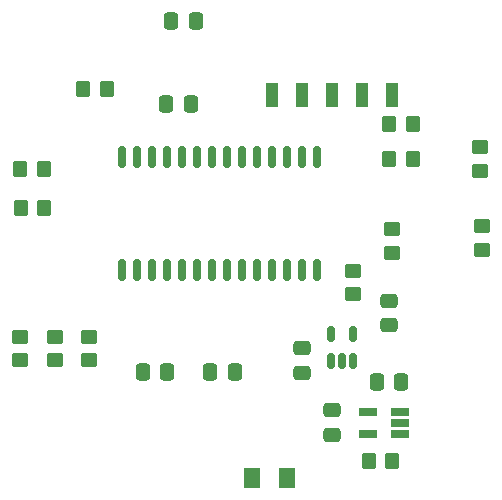
<source format=gbp>
%TF.GenerationSoftware,KiCad,Pcbnew,7.0.8*%
%TF.CreationDate,2024-04-14T13:49:20-04:00*%
%TF.ProjectId,vibBoard,76696242-6f61-4726-942e-6b696361645f,rev?*%
%TF.SameCoordinates,Original*%
%TF.FileFunction,Paste,Bot*%
%TF.FilePolarity,Positive*%
%FSLAX46Y46*%
G04 Gerber Fmt 4.6, Leading zero omitted, Abs format (unit mm)*
G04 Created by KiCad (PCBNEW 7.0.8) date 2024-04-14 13:49:20*
%MOMM*%
%LPD*%
G01*
G04 APERTURE LIST*
G04 Aperture macros list*
%AMRoundRect*
0 Rectangle with rounded corners*
0 $1 Rounding radius*
0 $2 $3 $4 $5 $6 $7 $8 $9 X,Y pos of 4 corners*
0 Add a 4 corners polygon primitive as box body*
4,1,4,$2,$3,$4,$5,$6,$7,$8,$9,$2,$3,0*
0 Add four circle primitives for the rounded corners*
1,1,$1+$1,$2,$3*
1,1,$1+$1,$4,$5*
1,1,$1+$1,$6,$7*
1,1,$1+$1,$8,$9*
0 Add four rect primitives between the rounded corners*
20,1,$1+$1,$2,$3,$4,$5,0*
20,1,$1+$1,$4,$5,$6,$7,0*
20,1,$1+$1,$6,$7,$8,$9,0*
20,1,$1+$1,$8,$9,$2,$3,0*%
G04 Aperture macros list end*
%ADD10RoundRect,0.250000X0.475000X-0.337500X0.475000X0.337500X-0.475000X0.337500X-0.475000X-0.337500X0*%
%ADD11RoundRect,0.250000X0.350000X0.450000X-0.350000X0.450000X-0.350000X-0.450000X0.350000X-0.450000X0*%
%ADD12RoundRect,0.250000X0.450000X-0.350000X0.450000X0.350000X-0.450000X0.350000X-0.450000X-0.350000X0*%
%ADD13RoundRect,0.250000X-0.450000X0.350000X-0.450000X-0.350000X0.450000X-0.350000X0.450000X0.350000X0*%
%ADD14RoundRect,0.250000X0.337500X0.475000X-0.337500X0.475000X-0.337500X-0.475000X0.337500X-0.475000X0*%
%ADD15RoundRect,0.250000X-0.475000X0.337500X-0.475000X-0.337500X0.475000X-0.337500X0.475000X0.337500X0*%
%ADD16RoundRect,0.250000X-0.337500X-0.475000X0.337500X-0.475000X0.337500X0.475000X-0.337500X0.475000X0*%
%ADD17R,1.560000X0.650000*%
%ADD18RoundRect,0.250000X-0.350000X-0.450000X0.350000X-0.450000X0.350000X0.450000X-0.350000X0.450000X0*%
%ADD19RoundRect,0.250001X-0.462499X-0.624999X0.462499X-0.624999X0.462499X0.624999X-0.462499X0.624999X0*%
%ADD20RoundRect,0.150000X0.150000X-0.750000X0.150000X0.750000X-0.150000X0.750000X-0.150000X-0.750000X0*%
%ADD21RoundRect,0.150000X0.150000X-0.512500X0.150000X0.512500X-0.150000X0.512500X-0.150000X-0.512500X0*%
%ADD22R,1.000000X2.000000*%
G04 APERTURE END LIST*
D10*
%TO.C,C3*%
X162306000Y-123211500D03*
X162306000Y-121136500D03*
%TD*%
D11*
%TO.C,R3*%
X133064000Y-109982000D03*
X131064000Y-109982000D03*
%TD*%
D12*
%TO.C,R11*%
X170027600Y-110153200D03*
X170027600Y-108153200D03*
%TD*%
%TO.C,R10*%
X170180000Y-116824000D03*
X170180000Y-114824000D03*
%TD*%
D13*
%TO.C,R6*%
X134024000Y-124185500D03*
X134024000Y-126185500D03*
%TD*%
D14*
%TO.C,C6*%
X143531500Y-127177800D03*
X141456500Y-127177800D03*
%TD*%
D15*
%TO.C,C2*%
X154940000Y-125179000D03*
X154940000Y-127254000D03*
%TD*%
D16*
%TO.C,C13*%
X143840200Y-97434400D03*
X145915200Y-97434400D03*
%TD*%
D12*
%TO.C,R8*%
X159258000Y-120618000D03*
X159258000Y-118618000D03*
%TD*%
D13*
%TO.C,R5*%
X136906000Y-124185500D03*
X136906000Y-126185500D03*
%TD*%
D12*
%TO.C,R9*%
X162560000Y-117094000D03*
X162560000Y-115094000D03*
%TD*%
D11*
%TO.C,R12*%
X164306000Y-109118400D03*
X162306000Y-109118400D03*
%TD*%
%TO.C,R2*%
X138414000Y-103225600D03*
X136414000Y-103225600D03*
%TD*%
D17*
%TO.C,U2*%
X163195000Y-130556000D03*
X163195000Y-131506000D03*
X163195000Y-132456000D03*
X160495000Y-132456000D03*
X160495000Y-130556000D03*
%TD*%
D14*
%TO.C,C11*%
X145491200Y-104495600D03*
X143416200Y-104495600D03*
%TD*%
D18*
%TO.C,R13*%
X162322000Y-106222800D03*
X164322000Y-106222800D03*
%TD*%
D19*
%TO.C,F1*%
X150658500Y-136144000D03*
X153633500Y-136144000D03*
%TD*%
D20*
%TO.C,U4*%
X156210000Y-118566000D03*
X154940000Y-118566000D03*
X153670000Y-118566000D03*
X152400000Y-118566000D03*
X151130000Y-118566000D03*
X149860000Y-118566000D03*
X148590000Y-118566000D03*
X147320000Y-118566000D03*
X146050000Y-118566000D03*
X144780000Y-118566000D03*
X143510000Y-118566000D03*
X142240000Y-118566000D03*
X140970000Y-118566000D03*
X139700000Y-118566000D03*
X139700000Y-108966000D03*
X140970000Y-108966000D03*
X142240000Y-108966000D03*
X143510000Y-108966000D03*
X144780000Y-108966000D03*
X146050000Y-108966000D03*
X147320000Y-108966000D03*
X148590000Y-108966000D03*
X149860000Y-108966000D03*
X151130000Y-108966000D03*
X152400000Y-108966000D03*
X153670000Y-108966000D03*
X154940000Y-108966000D03*
X156210000Y-108966000D03*
%TD*%
D11*
%TO.C,R4*%
X133096000Y-113284000D03*
X131096000Y-113284000D03*
%TD*%
D18*
%TO.C,R1*%
X160560000Y-134742000D03*
X162560000Y-134742000D03*
%TD*%
D16*
%TO.C,C1*%
X161268500Y-128016000D03*
X163343500Y-128016000D03*
%TD*%
D13*
%TO.C,R7*%
X131064000Y-124206000D03*
X131064000Y-126206000D03*
%TD*%
D21*
%TO.C,U1*%
X159258000Y-126227000D03*
X158308000Y-126227000D03*
X157358000Y-126227000D03*
X157358000Y-123952000D03*
X159258000Y-123952000D03*
%TD*%
D16*
%TO.C,C5*%
X147167600Y-127177800D03*
X149242600Y-127177800D03*
%TD*%
D15*
%TO.C,C4*%
X157480000Y-130407500D03*
X157480000Y-132482500D03*
%TD*%
D22*
%TO.C,J2*%
X162530000Y-103733600D03*
X159990000Y-103733600D03*
X157450000Y-103733600D03*
X154910000Y-103733600D03*
X152370000Y-103733600D03*
%TD*%
M02*

</source>
